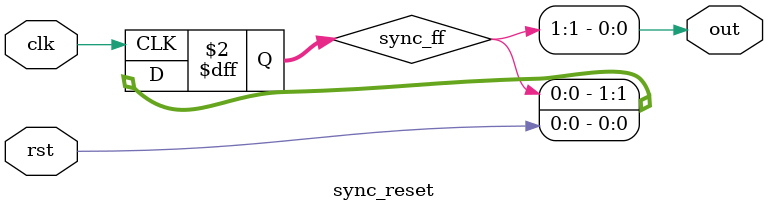
<source format=v>
`timescale 1ns / 1ps


module sync_reset #(
  parameter N = 2             // No. of flops in the chain, min. 2
) (
  input clk,        // Clock @ destination clock domain   
  input rst,        // Asynchronous reset
  output out        // Synchronized reset
);    
  (* ASYNC_REG = "TRUE" *)
  reg [N-1: 0] sync_ff;
    
  // Synchronizing logic
  always @(posedge clk) begin   
    sync_ff <= {sync_ff[N-2 : 0], rst}; 
  end
    
  // Synchronized reset
  assign out = sync_ff[N-1];
    
endmodule
</source>
